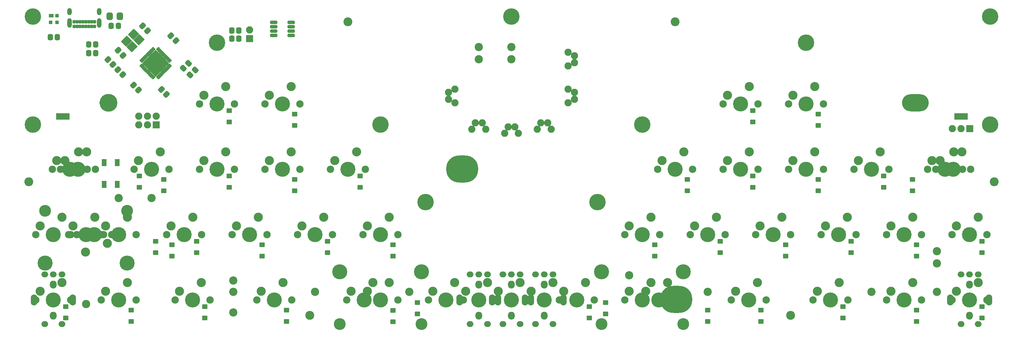
<source format=gbs>
G04 #@! TF.GenerationSoftware,KiCad,Pcbnew,(6.0.10-0)*
G04 #@! TF.CreationDate,2023-02-21T06:45:29+09:00*
G04 #@! TF.ProjectId,Sandy_Base,53616e64-795f-4426-9173-652e6b696361,v.0*
G04 #@! TF.SameCoordinates,Original*
G04 #@! TF.FileFunction,Soldermask,Bot*
G04 #@! TF.FilePolarity,Negative*
%FSLAX46Y46*%
G04 Gerber Fmt 4.6, Leading zero omitted, Abs format (unit mm)*
G04 Created by KiCad (PCBNEW (6.0.10-0)) date 2023-02-21 06:45:29*
%MOMM*%
%LPD*%
G01*
G04 APERTURE LIST*
G04 Aperture macros list*
%AMRoundRect*
0 Rectangle with rounded corners*
0 $1 Rounding radius*
0 $2 $3 $4 $5 $6 $7 $8 $9 X,Y pos of 4 corners*
0 Add a 4 corners polygon primitive as box body*
4,1,4,$2,$3,$4,$5,$6,$7,$8,$9,$2,$3,0*
0 Add four circle primitives for the rounded corners*
1,1,$1+$1,$2,$3*
1,1,$1+$1,$4,$5*
1,1,$1+$1,$6,$7*
1,1,$1+$1,$8,$9*
0 Add four rect primitives between the rounded corners*
20,1,$1+$1,$2,$3,$4,$5,0*
20,1,$1+$1,$4,$5,$6,$7,0*
20,1,$1+$1,$6,$7,$8,$9,0*
20,1,$1+$1,$8,$9,$2,$3,0*%
G04 Aperture macros list end*
%ADD10C,2.150000*%
%ADD11C,4.387800*%
%ADD12C,2.650000*%
%ADD13C,3.448000*%
%ADD14O,1.900000X3.200000*%
%ADD15C,2.500000*%
%ADD16O,2.000000X2.300000*%
%ADD17O,2.000000X1.700000*%
%ADD18O,2.100000X2.100000*%
%ADD19C,4.800000*%
%ADD20C,2.600000*%
%ADD21O,5.600000X2.800000*%
%ADD22O,9.400000X7.900000*%
%ADD23C,1.400000*%
%ADD24C,5.200000*%
%ADD25O,7.800000X5.000000*%
%ADD26RoundRect,0.449999X-0.325001X-0.450001X0.325001X-0.450001X0.325001X0.450001X-0.325001X0.450001X0*%
%ADD27RoundRect,0.200000X-0.500000X-0.750000X0.500000X-0.750000X0.500000X0.750000X-0.500000X0.750000X0*%
%ADD28RoundRect,0.449999X0.325001X0.450001X-0.325001X0.450001X-0.325001X-0.450001X0.325001X-0.450001X0*%
%ADD29RoundRect,0.449999X0.548009X0.088388X0.088388X0.548009X-0.548009X-0.088388X-0.088388X-0.548009X0*%
%ADD30RoundRect,0.200000X-0.850000X-0.850000X0.850000X-0.850000X0.850000X0.850000X-0.850000X0.850000X0*%
%ADD31C,2.400000*%
%ADD32RoundRect,0.449999X-0.548009X-0.088388X-0.088388X-0.548009X0.548009X0.088388X0.088388X0.548009X0*%
%ADD33RoundRect,0.200000X0.106066X1.378858X-1.378858X-0.106066X-0.106066X-1.378858X1.378858X0.106066X0*%
%ADD34RoundRect,0.449999X0.088388X-0.548009X0.548009X-0.088388X-0.088388X0.548009X-0.548009X0.088388X0*%
%ADD35RoundRect,0.200000X0.850000X-0.850000X0.850000X0.850000X-0.850000X0.850000X-0.850000X-0.850000X0*%
%ADD36RoundRect,0.450001X0.462499X0.624999X-0.462499X0.624999X-0.462499X-0.624999X0.462499X-0.624999X0*%
%ADD37RoundRect,0.200000X-0.500000X0.350000X-0.500000X-0.350000X0.500000X-0.350000X0.500000X0.350000X0*%
%ADD38RoundRect,0.200000X-0.300000X0.350000X-0.300000X-0.350000X0.300000X-0.350000X0.300000X0.350000X0*%
%ADD39RoundRect,0.200000X-0.500000X0.850000X-0.500000X-0.850000X0.500000X-0.850000X0.500000X0.850000X0*%
%ADD40RoundRect,0.350000X0.725000X0.150000X-0.725000X0.150000X-0.725000X-0.150000X0.725000X-0.150000X0*%
%ADD41RoundRect,0.450000X-0.350000X-0.450000X0.350000X-0.450000X0.350000X0.450000X-0.350000X0.450000X0*%
%ADD42C,1.100000*%
%ADD43O,1.300000X2.800000*%
%ADD44O,1.300000X2.100000*%
%ADD45RoundRect,0.200000X-0.159099X-0.335876X0.335876X0.159099X0.159099X0.335876X-0.335876X-0.159099X0*%
%ADD46RoundRect,0.200000X-0.335876X0.159099X0.159099X-0.335876X0.335876X-0.159099X-0.159099X0.335876X0*%
%ADD47RoundRect,0.200000X0.000000X-0.910400X0.910400X0.000000X0.000000X0.910400X-0.910400X0.000000X0*%
%ADD48RoundRect,0.200000X0.600000X-0.450000X0.600000X0.450000X-0.600000X0.450000X-0.600000X-0.450000X0*%
G04 APERTURE END LIST*
D10*
X230291695Y-84153685D03*
X240451695Y-84153685D03*
D11*
X235371695Y-84153685D03*
D12*
X231561695Y-81613685D03*
X237911695Y-79073685D03*
D11*
X254421775Y-84153685D03*
D10*
X249341775Y-84153685D03*
X259501775Y-84153685D03*
D12*
X250611775Y-81613685D03*
X256961775Y-79073685D03*
D10*
X49315935Y-65103565D03*
X59475935Y-65103565D03*
D11*
X54395935Y-65103565D03*
D12*
X50585935Y-62563565D03*
X56935935Y-60023565D03*
D10*
X107100935Y-84153645D03*
X96940935Y-84153645D03*
D11*
X102020935Y-84153645D03*
D12*
X98210935Y-81613645D03*
X104560935Y-79073645D03*
D10*
X87415935Y-65103565D03*
X97575935Y-65103565D03*
D11*
X92495935Y-65103565D03*
D12*
X88685935Y-62563565D03*
X95035935Y-60023565D03*
D10*
X278552015Y-103203725D03*
D11*
X273472015Y-103203725D03*
D10*
X268392015Y-103203725D03*
D12*
X269662015Y-100663725D03*
X276012015Y-98123725D03*
D11*
X92495935Y-46053485D03*
D10*
X87415935Y-46053485D03*
X97575935Y-46053485D03*
D12*
X88685935Y-43513485D03*
X95035935Y-40973485D03*
D10*
X116625935Y-65103565D03*
D11*
X111545935Y-65103565D03*
D10*
X106465935Y-65103565D03*
D12*
X107735935Y-62563565D03*
X114085935Y-60023565D03*
D11*
X292522095Y-84153685D03*
D10*
X297602095Y-84153685D03*
X287442095Y-84153685D03*
D12*
X288712095Y-81613685D03*
X295062095Y-79073685D03*
D10*
X230926655Y-46053525D03*
X220766655Y-46053525D03*
D11*
X225846655Y-46053525D03*
D12*
X222036655Y-43513525D03*
X228386655Y-40973525D03*
D11*
X225846655Y-65103605D03*
D10*
X230926655Y-65103605D03*
X220766655Y-65103605D03*
D12*
X222036655Y-62563605D03*
X228386655Y-60023605D03*
D11*
X244896735Y-65103605D03*
D10*
X239816735Y-65103605D03*
X249976735Y-65103605D03*
D12*
X241086735Y-62563605D03*
X247436735Y-60023605D03*
D10*
X20740975Y-84153765D03*
D11*
X25820975Y-84153765D03*
D10*
X30900975Y-84153765D03*
D12*
X22010975Y-81613765D03*
X28360975Y-79073765D03*
D10*
X39790975Y-84153765D03*
D11*
X44870975Y-84153765D03*
D10*
X49950975Y-84153765D03*
D12*
X41060975Y-81613765D03*
X47410975Y-79073765D03*
D10*
X211241615Y-84153645D03*
D11*
X216321615Y-84153645D03*
D10*
X221401615Y-84153645D03*
D12*
X212511615Y-81613645D03*
X218861615Y-79073645D03*
D10*
X202351535Y-84153645D03*
D11*
X197271535Y-84153645D03*
D10*
X192191535Y-84153645D03*
D12*
X193461535Y-81613645D03*
X199811535Y-79073645D03*
D10*
X239816735Y-46053525D03*
D11*
X244896735Y-46053525D03*
D10*
X249976735Y-46053525D03*
D12*
X241086735Y-43513525D03*
X247436735Y-40973525D03*
D11*
X121070935Y-84153645D03*
D10*
X126150935Y-84153645D03*
X115990935Y-84153645D03*
D12*
X117260935Y-81613645D03*
X123610935Y-79073645D03*
D10*
X78525935Y-46053485D03*
X68365935Y-46053485D03*
D11*
X73445935Y-46053485D03*
D12*
X69635935Y-43513485D03*
X75985935Y-40973485D03*
D10*
X77890935Y-84153645D03*
D11*
X82970935Y-84153645D03*
D10*
X88050935Y-84153645D03*
D12*
X79160935Y-81613645D03*
X85510935Y-79073645D03*
D11*
X63920935Y-84153645D03*
D10*
X69000935Y-84153645D03*
X58840935Y-84153645D03*
D12*
X60110935Y-81613645D03*
X66460935Y-79073645D03*
D11*
X25820975Y-103203765D03*
D10*
X30900975Y-103203765D03*
X20740975Y-103203765D03*
D12*
X22010975Y-100663765D03*
X28360975Y-98123765D03*
D11*
X90114995Y-103203765D03*
D10*
X95194995Y-103203765D03*
X85034995Y-103203765D03*
D12*
X86304995Y-100663765D03*
X92654995Y-98123765D03*
D11*
X121071375Y-103203765D03*
D10*
X126151375Y-103203765D03*
D11*
X109165125Y-94948765D03*
D13*
X132977625Y-110188765D03*
X109165125Y-110188765D03*
D10*
X115991375Y-103203765D03*
D11*
X132977625Y-94948765D03*
D12*
X117261375Y-100663765D03*
X123611375Y-98123765D03*
D11*
X197270975Y-103203765D03*
D10*
X202350975Y-103203765D03*
D11*
X209177225Y-94948765D03*
X185364725Y-94948765D03*
D13*
X209177225Y-110188765D03*
X185364725Y-110188765D03*
D10*
X192190975Y-103203765D03*
D12*
X193460975Y-100663765D03*
X199810975Y-98123765D03*
D10*
X223147225Y-103203765D03*
X233307225Y-103203765D03*
D11*
X228227225Y-103203765D03*
D12*
X224417225Y-100663765D03*
X230767225Y-98123765D03*
D11*
X287759415Y-65103605D03*
D10*
X292839415Y-65103605D03*
X282679415Y-65103605D03*
D12*
X283949415Y-62563605D03*
X290299415Y-60023605D03*
D11*
X263945975Y-65103765D03*
D10*
X258865975Y-65103765D03*
X269025975Y-65103765D03*
D12*
X260135975Y-62563765D03*
X266485975Y-60023765D03*
D10*
X154725975Y-103203405D03*
D11*
X149645975Y-103203405D03*
D10*
X144565975Y-103203405D03*
D12*
X145835975Y-100663405D03*
X152185975Y-98123405D03*
D10*
X163615975Y-103203765D03*
D11*
X168695975Y-103203765D03*
D10*
X173775975Y-103203765D03*
D12*
X164885975Y-100663765D03*
X171235975Y-98123765D03*
D10*
X27884755Y-65103605D03*
X38044755Y-65103605D03*
D11*
X32964755Y-65103605D03*
D12*
X29154755Y-62563605D03*
X35504755Y-60023605D03*
D10*
X25503475Y-65103765D03*
D11*
X30583475Y-65103765D03*
D10*
X35663475Y-65103765D03*
D12*
X26773475Y-62563765D03*
X33123475Y-60023765D03*
D10*
X39790975Y-103203765D03*
X49950975Y-103203765D03*
D11*
X44870975Y-103203765D03*
D12*
X41060975Y-100663765D03*
X47410975Y-98123765D03*
D11*
X273472015Y-84153685D03*
D10*
X278552015Y-84153685D03*
X268392015Y-84153685D03*
D12*
X269662015Y-81613685D03*
X276012015Y-79073685D03*
D10*
X68365935Y-65103565D03*
X78525935Y-65103565D03*
D11*
X73445935Y-65103565D03*
D12*
X69635935Y-62563565D03*
X75985935Y-60023565D03*
D10*
X287442095Y-103203765D03*
D11*
X292522095Y-103203765D03*
D10*
X297602095Y-103203765D03*
D12*
X288712095Y-100663765D03*
X295062095Y-98123765D03*
D10*
X71382225Y-103203765D03*
X61222225Y-103203765D03*
D11*
X66302225Y-103203765D03*
D12*
X62492225Y-100663765D03*
X68842225Y-98123765D03*
D10*
X201716575Y-65103565D03*
D11*
X206796575Y-65103565D03*
D10*
X211876575Y-65103565D03*
D12*
X202986575Y-62563565D03*
X209336575Y-60023565D03*
D14*
X298122095Y-103203765D03*
D15*
X292522095Y-103203765D03*
D16*
X292522095Y-107703765D03*
D14*
X286922095Y-103203765D03*
D16*
X292522095Y-98703765D03*
D17*
X295022095Y-95703765D03*
X290022095Y-95703765D03*
X292522095Y-95703765D03*
X295022095Y-110203765D03*
X290022095Y-110203765D03*
D11*
X37727185Y-84153405D03*
D10*
X42807185Y-84153405D03*
X32647185Y-84153405D03*
D12*
X41537185Y-86693405D03*
X35187185Y-89233405D03*
D10*
X246959685Y-103203405D03*
D11*
X252039685Y-103203405D03*
D10*
X257119685Y-103203405D03*
D12*
X248229685Y-100663405D03*
X254579685Y-98123405D03*
D18*
X175639685Y-45672155D03*
X177539685Y-44672155D03*
X177539685Y-42672155D03*
X175639685Y-41672155D03*
D19*
X298474060Y-52006530D03*
D20*
X18677185Y-68675280D03*
D18*
X151645935Y-53397155D03*
X150645935Y-51497155D03*
X148645935Y-51497155D03*
X147645935Y-53397155D03*
D16*
X25820975Y-98703765D03*
D14*
X31420975Y-103203765D03*
X20220975Y-103203765D03*
D16*
X25820975Y-107703765D03*
D15*
X25820975Y-103203765D03*
D17*
X28320975Y-95703765D03*
X23320975Y-95703765D03*
X25820975Y-95703765D03*
X28320975Y-110203765D03*
X23320975Y-110203765D03*
D20*
X299664685Y-68675280D03*
D10*
X135041375Y-103203765D03*
X145201375Y-103203765D03*
D11*
X140121375Y-103203765D03*
D12*
X136311375Y-100663765D03*
X142661375Y-98123765D03*
D18*
X175639685Y-34956530D03*
X177539685Y-33956530D03*
X177539685Y-31956530D03*
X175639685Y-30956530D03*
D10*
X196953435Y-103203405D03*
D11*
X202033435Y-103203405D03*
D10*
X207113435Y-103203405D03*
D12*
X198223435Y-100663405D03*
X204573435Y-98123405D03*
D11*
X178220975Y-103203765D03*
D10*
X183300975Y-103203765D03*
X173140975Y-103203765D03*
D12*
X174410975Y-100663765D03*
X180760975Y-98123765D03*
D19*
X19872407Y-20561655D03*
D14*
X164770975Y-103203405D03*
D16*
X159170975Y-107703405D03*
X159170975Y-98703405D03*
D14*
X153570975Y-103203405D03*
D15*
X159170975Y-103203405D03*
D17*
X161670975Y-95703405D03*
X156670975Y-95703405D03*
X159170975Y-95703405D03*
X161670975Y-110203405D03*
X156670975Y-110203405D03*
D10*
X290457185Y-65103605D03*
X280297185Y-65103605D03*
D11*
X285377185Y-65103605D03*
D12*
X281567185Y-62563605D03*
X287917185Y-60023605D03*
D19*
X159170935Y-20561655D03*
X73445935Y-28194030D03*
X197270935Y-52053405D03*
D21*
X276695935Y-45678365D03*
D22*
X144795935Y-64978365D03*
X207147102Y-103033821D03*
D21*
X276695935Y-45678365D03*
D23*
X279345935Y-44428365D03*
X43095935Y-47028365D03*
X278095935Y-43928365D03*
X40495935Y-46978365D03*
X43745935Y-45678365D03*
X39945935Y-45678365D03*
X275295935Y-47428365D03*
X278095935Y-47428365D03*
X273545935Y-45678365D03*
X274045935Y-44428365D03*
X41845935Y-47578365D03*
D24*
X41845935Y-45678365D03*
D23*
X274045935Y-46928365D03*
X279345935Y-46928365D03*
D25*
X276695935Y-45678365D03*
D23*
X40495935Y-44328365D03*
X43095935Y-44328365D03*
X279845935Y-45678365D03*
X276695935Y-43928365D03*
X41845935Y-43778365D03*
X275295935Y-43928365D03*
X276695935Y-47428365D03*
D18*
X161170935Y-54587780D03*
X160170935Y-52687780D03*
X158170935Y-52687780D03*
X157170935Y-54587780D03*
D10*
X121388435Y-103203405D03*
X111228435Y-103203405D03*
D11*
X116308435Y-103203405D03*
D12*
X112498435Y-100663405D03*
X118848435Y-98123405D03*
D14*
X163095975Y-103203765D03*
D16*
X168695975Y-107703765D03*
D14*
X174295975Y-103203765D03*
D16*
X168695975Y-98703765D03*
D15*
X168695975Y-103203765D03*
D17*
X171195975Y-95703765D03*
X166195975Y-95703765D03*
X168695975Y-95703765D03*
X171195975Y-110203765D03*
X166195975Y-110203765D03*
D10*
X30265975Y-84153765D03*
D13*
X47252225Y-77168765D03*
D11*
X47252225Y-92408765D03*
X35345975Y-84153765D03*
X23439725Y-92408765D03*
D10*
X40425975Y-84153765D03*
D13*
X23439725Y-77168765D03*
D12*
X31535975Y-81613765D03*
X37885975Y-79073765D03*
D18*
X142702185Y-41672155D03*
X140802185Y-42672155D03*
X140802185Y-44672155D03*
X142702185Y-45672155D03*
X170695935Y-53397155D03*
X169695935Y-51497155D03*
X167695935Y-51497155D03*
X166695935Y-53397155D03*
D19*
X134167810Y-74628405D03*
X244895935Y-28194030D03*
X121070935Y-52006530D03*
X19867810Y-52006530D03*
D10*
X164250975Y-103203765D03*
X154090975Y-103203765D03*
D11*
X159170975Y-103203765D03*
D12*
X155360975Y-100663765D03*
X161710975Y-98123765D03*
D14*
X155245975Y-103203405D03*
D16*
X149645975Y-107703405D03*
X149645975Y-98703405D03*
D15*
X149645975Y-103203405D03*
D14*
X144045975Y-103203405D03*
D17*
X152145975Y-95703405D03*
X147145975Y-95703405D03*
X149645975Y-95703405D03*
X152145975Y-110203405D03*
X147145975Y-110203405D03*
D19*
X298474060Y-20561655D03*
X184174060Y-74628405D03*
D26*
X24922935Y-26527155D03*
X26972935Y-26527155D03*
D27*
X288733435Y-49625280D03*
X290033435Y-49625280D03*
X291333435Y-49625280D03*
D28*
X38148935Y-31194405D03*
X36098935Y-31194405D03*
D29*
X58692594Y-43206314D03*
X57243026Y-41756746D03*
D30*
X82970935Y-27003405D03*
D18*
X82970935Y-24463405D03*
D31*
X102020935Y-100822155D03*
X193460935Y-95964405D03*
X263945935Y-100822155D03*
X35345935Y-104394030D03*
X44870935Y-73437780D03*
X282995935Y-88915905D03*
X282995935Y-92487780D03*
D32*
X41659004Y-33094224D03*
X43108572Y-34543792D03*
D33*
X50773413Y-27331023D03*
X48722803Y-29381633D03*
X47096457Y-27755287D03*
X49147067Y-25704677D03*
D32*
X44638276Y-30390246D03*
X46087844Y-31839814D03*
X60021151Y-26151621D03*
X61470719Y-27601189D03*
D34*
X63661992Y-35596723D03*
X65111560Y-34147155D03*
D35*
X55730310Y-52090905D03*
D18*
X55730310Y-49550905D03*
X53190310Y-52090905D03*
X53190310Y-49550905D03*
X50650310Y-52090905D03*
X50650310Y-49550905D03*
D27*
X27283435Y-49625280D03*
X28583435Y-49625280D03*
X29883435Y-49625280D03*
D20*
X111545935Y-22028365D03*
X206795935Y-22028365D03*
D36*
X45167810Y-20431155D03*
X42192810Y-20431155D03*
D20*
X100495935Y-107628365D03*
D28*
X44705310Y-23225155D03*
X42655310Y-23225155D03*
D31*
X216320935Y-100822155D03*
X159170935Y-32956530D03*
D37*
X25197935Y-20241155D03*
D38*
X26897935Y-20241155D03*
X26897935Y-22241155D03*
X24997935Y-22241155D03*
D39*
X40595975Y-63148765D03*
X40595975Y-69448765D03*
X44395975Y-69448765D03*
X44395975Y-63148765D03*
D32*
X44564367Y-35999587D03*
X46013935Y-37449155D03*
D34*
X65609151Y-37538939D03*
X67058719Y-36089371D03*
D29*
X53231594Y-24696064D03*
X51782026Y-23246496D03*
D31*
X282995935Y-100822155D03*
X78208435Y-100822155D03*
X78208435Y-97488405D03*
D20*
X240395935Y-107628365D03*
D31*
X149645935Y-32956530D03*
X149645935Y-29384655D03*
X54395935Y-73428405D03*
D40*
X95070935Y-22248405D03*
X95070935Y-23518405D03*
X95070935Y-24788405D03*
X95070935Y-26058405D03*
X89920935Y-26058405D03*
X89920935Y-24788405D03*
X89920935Y-23518405D03*
X89920935Y-22248405D03*
D41*
X77779935Y-27003405D03*
X79779935Y-27003405D03*
X77779935Y-24590405D03*
X79779935Y-24590405D03*
D42*
X31845935Y-23418365D03*
X32695935Y-23418365D03*
X33545935Y-23418365D03*
X34395935Y-23418365D03*
X35245935Y-23418365D03*
X36095935Y-23418365D03*
X36945935Y-23418365D03*
X37795935Y-23418365D03*
X37795935Y-22068365D03*
X36945935Y-22068365D03*
X36095935Y-22068365D03*
X35245935Y-22068365D03*
X34395935Y-22068365D03*
X33545935Y-22068365D03*
X32695935Y-22068365D03*
X31845935Y-22068365D03*
D43*
X39145935Y-22438365D03*
D44*
X30495935Y-19058365D03*
D43*
X30495935Y-22438365D03*
D44*
X39145935Y-19058365D03*
D32*
X49136367Y-40539837D03*
X50585935Y-41989405D03*
D28*
X38148935Y-28654405D03*
X36098935Y-28654405D03*
D31*
X129414685Y-100822155D03*
X159170935Y-29384655D03*
D35*
X292558435Y-53197155D03*
D18*
X290018435Y-53197155D03*
X287478435Y-53197155D03*
D31*
X78208435Y-106775280D03*
D45*
X54950164Y-38319085D03*
X54596611Y-37965532D03*
X54243057Y-37611978D03*
X53889504Y-37258425D03*
X53535950Y-36904871D03*
X53182397Y-36551318D03*
X52828844Y-36197765D03*
X52475290Y-35844211D03*
X52121737Y-35490658D03*
X51768183Y-35137104D03*
X51414630Y-34783551D03*
D46*
X51414630Y-33510759D03*
X51768183Y-33157206D03*
X52121737Y-32803652D03*
X52475290Y-32450099D03*
X52828844Y-32096545D03*
X53182397Y-31742992D03*
X53535950Y-31389439D03*
X53889504Y-31035885D03*
X54243057Y-30682332D03*
X54596611Y-30328778D03*
X54950164Y-29975225D03*
D45*
X56222956Y-29975225D03*
X56576509Y-30328778D03*
X56930063Y-30682332D03*
X57283616Y-31035885D03*
X57637170Y-31389439D03*
X57990723Y-31742992D03*
X58344276Y-32096545D03*
X58697830Y-32450099D03*
X59051383Y-32803652D03*
X59404937Y-33157206D03*
X59758490Y-33510759D03*
D46*
X59758490Y-34783551D03*
X59404937Y-35137104D03*
X59051383Y-35490658D03*
X58697830Y-35844211D03*
X58344276Y-36197765D03*
X57990723Y-36551318D03*
X57637170Y-36904871D03*
X57283616Y-37258425D03*
X56930063Y-37611978D03*
X56576509Y-37965532D03*
X56222956Y-38319085D03*
D47*
X54676160Y-35967955D03*
X53765760Y-35057555D03*
X56496960Y-32326355D03*
X56496960Y-35967955D03*
X55586560Y-33236755D03*
X55586560Y-36878355D03*
X57407360Y-35057555D03*
X53765760Y-33236755D03*
X55586560Y-35057555D03*
X55586560Y-31415955D03*
X56496960Y-34147155D03*
X58317760Y-34147155D03*
X54676160Y-32326355D03*
X52855360Y-34147155D03*
X57407360Y-33236755D03*
X54676160Y-34147155D03*
D48*
X77017810Y-70325280D03*
X77017810Y-67025280D03*
X296092810Y-108425280D03*
X296092810Y-105125280D03*
X96067810Y-71375280D03*
X96067810Y-68075280D03*
X93686560Y-109475280D03*
X93686560Y-106175280D03*
X131786560Y-107234655D03*
X131786560Y-103934655D03*
X86542810Y-90425280D03*
X86542810Y-87125280D03*
X200842810Y-90425280D03*
X200842810Y-87125280D03*
X124642810Y-109525280D03*
X124642810Y-106225280D03*
X257992810Y-89375280D03*
X257992810Y-86075280D03*
X29392810Y-108425280D03*
X29392810Y-105125280D03*
X229417810Y-70325280D03*
X229417810Y-67025280D03*
X238942810Y-90425280D03*
X238942810Y-87125280D03*
X216320935Y-109471280D03*
X216320935Y-106171280D03*
X219892810Y-89375280D03*
X219892810Y-86075280D03*
X277042810Y-109475280D03*
X277042810Y-106175280D03*
X210367810Y-71375280D03*
X210367810Y-68075280D03*
X248467810Y-71375280D03*
X248467810Y-68075280D03*
X186555310Y-107234655D03*
X186555310Y-103934655D03*
X277042810Y-90425280D03*
X277042810Y-87125280D03*
X50824060Y-70325280D03*
X50824060Y-67025280D03*
X229417810Y-51275280D03*
X229417810Y-47975280D03*
X275852185Y-71375280D03*
X275852185Y-68075280D03*
X96067810Y-52325280D03*
X96067810Y-49025280D03*
X55586560Y-89375280D03*
X55586560Y-86075280D03*
X296092810Y-89375280D03*
X296092810Y-86075280D03*
X48442810Y-109475280D03*
X48442810Y-106175280D03*
X67492810Y-89375280D03*
X67492810Y-86075280D03*
X105592810Y-89375280D03*
X105592810Y-86075280D03*
X124642810Y-90425280D03*
X124642810Y-87125280D03*
X255611560Y-108425280D03*
X255611560Y-105125280D03*
X115117810Y-70325280D03*
X115117810Y-67025280D03*
X181792810Y-108425280D03*
X181792810Y-105125280D03*
X69874060Y-108425280D03*
X69874060Y-105125280D03*
X267517810Y-70325280D03*
X267517810Y-67025280D03*
X60349060Y-90425280D03*
X60349060Y-87125280D03*
X77017810Y-51275280D03*
X77017810Y-47975280D03*
X248467810Y-52325280D03*
X248467810Y-49025280D03*
X231799060Y-109475280D03*
X231799060Y-106175280D03*
X57967810Y-71375280D03*
X57967810Y-68075280D03*
M02*

</source>
